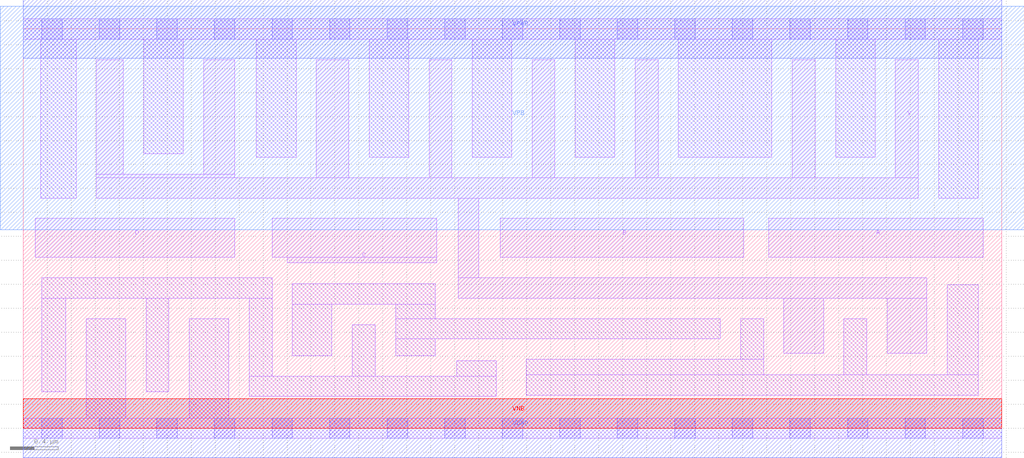
<source format=lef>
# Copyright 2020 The SkyWater PDK Authors
#
# Licensed under the Apache License, Version 2.0 (the "License");
# you may not use this file except in compliance with the License.
# You may obtain a copy of the License at
#
#     https://www.apache.org/licenses/LICENSE-2.0
#
# Unless required by applicable law or agreed to in writing, software
# distributed under the License is distributed on an "AS IS" BASIS,
# WITHOUT WARRANTIES OR CONDITIONS OF ANY KIND, either express or implied.
# See the License for the specific language governing permissions and
# limitations under the License.
#
# SPDX-License-Identifier: Apache-2.0

VERSION 5.7 ;
  NOWIREEXTENSIONATPIN ON ;
  DIVIDERCHAR "/" ;
  BUSBITCHARS "[]" ;
MACRO sky130_fd_sc_lp__nand4_4
  CLASS CORE ;
  FOREIGN sky130_fd_sc_lp__nand4_4 ;
  ORIGIN  0.000000  0.000000 ;
  SIZE  8.160000 BY  3.330000 ;
  SYMMETRY X Y R90 ;
  SITE unit ;
  PIN A
    ANTENNAGATEAREA  1.260000 ;
    DIRECTION INPUT ;
    USE SIGNAL ;
    PORT
      LAYER li1 ;
        RECT 6.220000 1.425000 8.005000 1.750000 ;
    END
  END A
  PIN B
    ANTENNAGATEAREA  1.260000 ;
    DIRECTION INPUT ;
    USE SIGNAL ;
    PORT
      LAYER li1 ;
        RECT 3.980000 1.425000 6.010000 1.750000 ;
    END
  END B
  PIN C
    ANTENNAGATEAREA  1.260000 ;
    DIRECTION INPUT ;
    USE SIGNAL ;
    PORT
      LAYER li1 ;
        RECT 2.075000 1.425000 3.450000 1.750000 ;
        RECT 2.200000 1.380000 3.450000 1.425000 ;
    END
  END C
  PIN D
    ANTENNAGATEAREA  1.260000 ;
    DIRECTION INPUT ;
    USE SIGNAL ;
    PORT
      LAYER li1 ;
        RECT 0.100000 1.425000 1.765000 1.750000 ;
    END
  END D
  PIN Y
    ANTENNADIFFAREA  3.292800 ;
    DIRECTION OUTPUT ;
    USE SIGNAL ;
    PORT
      LAYER li1 ;
        RECT 0.610000 1.920000 7.465000 2.090000 ;
        RECT 0.610000 2.090000 1.765000 2.120000 ;
        RECT 0.610000 2.120000 0.835000 3.075000 ;
        RECT 1.505000 2.120000 1.765000 3.075000 ;
        RECT 2.445000 2.090000 2.715000 3.075000 ;
        RECT 3.385000 2.090000 3.575000 3.075000 ;
        RECT 3.630000 1.085000 7.535000 1.255000 ;
        RECT 3.630000 1.255000 3.800000 1.920000 ;
        RECT 4.245000 2.090000 4.435000 3.075000 ;
        RECT 5.105000 2.090000 5.295000 3.075000 ;
        RECT 6.345000 0.625000 6.675000 1.085000 ;
        RECT 6.415000 2.090000 6.605000 3.075000 ;
        RECT 7.205000 0.625000 7.535000 1.085000 ;
        RECT 7.275000 2.090000 7.465000 3.075000 ;
    END
  END Y
  PIN VGND
    DIRECTION INOUT ;
    USE GROUND ;
    PORT
      LAYER met1 ;
        RECT 0.000000 -0.245000 8.160000 0.245000 ;
    END
  END VGND
  PIN VNB
    DIRECTION INOUT ;
    USE GROUND ;
    PORT
      LAYER pwell ;
        RECT 0.000000 0.000000 8.160000 0.245000 ;
    END
  END VNB
  PIN VPB
    DIRECTION INOUT ;
    USE POWER ;
    PORT
      LAYER nwell ;
        RECT -0.190000 1.655000 8.350000 3.520000 ;
    END
  END VPB
  PIN VPWR
    DIRECTION INOUT ;
    USE POWER ;
    PORT
      LAYER met1 ;
        RECT 0.000000 3.085000 8.160000 3.575000 ;
    END
  END VPWR
  OBS
    LAYER li1 ;
      RECT 0.000000 -0.085000 8.160000 0.085000 ;
      RECT 0.000000  3.245000 8.160000 3.415000 ;
      RECT 0.145000  1.920000 0.440000 3.245000 ;
      RECT 0.155000  0.305000 0.355000 1.085000 ;
      RECT 0.155000  1.085000 2.075000 1.255000 ;
      RECT 0.525000  0.085000 0.855000 0.915000 ;
      RECT 1.005000  2.290000 1.335000 3.245000 ;
      RECT 1.025000  0.305000 1.215000 1.085000 ;
      RECT 1.385000  0.085000 1.715000 0.915000 ;
      RECT 1.885000  0.265000 3.945000 0.435000 ;
      RECT 1.885000  0.435000 2.075000 1.085000 ;
      RECT 1.945000  2.260000 2.275000 3.245000 ;
      RECT 2.245000  0.605000 2.575000 1.035000 ;
      RECT 2.245000  1.035000 3.435000 1.205000 ;
      RECT 2.745000  0.435000 2.935000 0.865000 ;
      RECT 2.885000  2.260000 3.215000 3.245000 ;
      RECT 3.105000  0.605000 3.435000 0.745000 ;
      RECT 3.105000  0.745000 5.815000 0.915000 ;
      RECT 3.105000  0.915000 3.435000 1.035000 ;
      RECT 3.615000  0.435000 3.945000 0.565000 ;
      RECT 3.745000  2.260000 4.075000 3.245000 ;
      RECT 4.195000  0.275000 7.965000 0.445000 ;
      RECT 4.195000  0.445000 6.175000 0.575000 ;
      RECT 4.605000  2.260000 4.935000 3.245000 ;
      RECT 5.465000  2.260000 6.245000 3.245000 ;
      RECT 5.985000  0.575000 6.175000 0.915000 ;
      RECT 6.775000  2.260000 7.105000 3.245000 ;
      RECT 6.845000  0.445000 7.035000 0.915000 ;
      RECT 7.635000  1.920000 7.965000 3.245000 ;
      RECT 7.705000  0.445000 7.965000 1.195000 ;
    LAYER mcon ;
      RECT 0.155000 -0.085000 0.325000 0.085000 ;
      RECT 0.155000  3.245000 0.325000 3.415000 ;
      RECT 0.635000 -0.085000 0.805000 0.085000 ;
      RECT 0.635000  3.245000 0.805000 3.415000 ;
      RECT 1.115000 -0.085000 1.285000 0.085000 ;
      RECT 1.115000  3.245000 1.285000 3.415000 ;
      RECT 1.595000 -0.085000 1.765000 0.085000 ;
      RECT 1.595000  3.245000 1.765000 3.415000 ;
      RECT 2.075000 -0.085000 2.245000 0.085000 ;
      RECT 2.075000  3.245000 2.245000 3.415000 ;
      RECT 2.555000 -0.085000 2.725000 0.085000 ;
      RECT 2.555000  3.245000 2.725000 3.415000 ;
      RECT 3.035000 -0.085000 3.205000 0.085000 ;
      RECT 3.035000  3.245000 3.205000 3.415000 ;
      RECT 3.515000 -0.085000 3.685000 0.085000 ;
      RECT 3.515000  3.245000 3.685000 3.415000 ;
      RECT 3.995000 -0.085000 4.165000 0.085000 ;
      RECT 3.995000  3.245000 4.165000 3.415000 ;
      RECT 4.475000 -0.085000 4.645000 0.085000 ;
      RECT 4.475000  3.245000 4.645000 3.415000 ;
      RECT 4.955000 -0.085000 5.125000 0.085000 ;
      RECT 4.955000  3.245000 5.125000 3.415000 ;
      RECT 5.435000 -0.085000 5.605000 0.085000 ;
      RECT 5.435000  3.245000 5.605000 3.415000 ;
      RECT 5.915000 -0.085000 6.085000 0.085000 ;
      RECT 5.915000  3.245000 6.085000 3.415000 ;
      RECT 6.395000 -0.085000 6.565000 0.085000 ;
      RECT 6.395000  3.245000 6.565000 3.415000 ;
      RECT 6.875000 -0.085000 7.045000 0.085000 ;
      RECT 6.875000  3.245000 7.045000 3.415000 ;
      RECT 7.355000 -0.085000 7.525000 0.085000 ;
      RECT 7.355000  3.245000 7.525000 3.415000 ;
      RECT 7.835000 -0.085000 8.005000 0.085000 ;
      RECT 7.835000  3.245000 8.005000 3.415000 ;
  END
END sky130_fd_sc_lp__nand4_4
END LIBRARY

</source>
